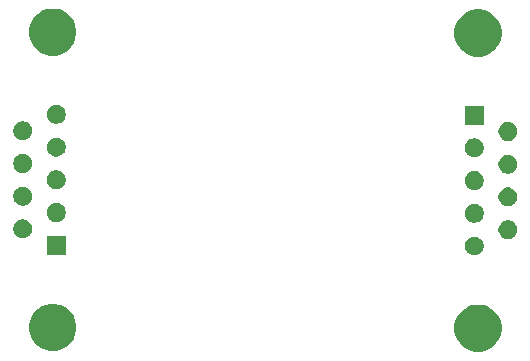
<source format=gbr>
G04 #@! TF.GenerationSoftware,KiCad,Pcbnew,(5.1.0)-1*
G04 #@! TF.CreationDate,2019-07-05T16:38:03+02:00*
G04 #@! TF.ProjectId,BSPD_SMD,42535044-5f53-44d4-942e-6b696361645f,rev?*
G04 #@! TF.SameCoordinates,Original*
G04 #@! TF.FileFunction,Soldermask,Bot*
G04 #@! TF.FilePolarity,Negative*
%FSLAX46Y46*%
G04 Gerber Fmt 4.6, Leading zero omitted, Abs format (unit mm)*
G04 Created by KiCad (PCBNEW (5.1.0)-1) date 2019-07-05 16:38:03*
%MOMM*%
%LPD*%
G04 APERTURE LIST*
%ADD10C,0.100000*%
G04 APERTURE END LIST*
D10*
G36*
X97883377Y-141116858D02*
G01*
X98247353Y-141267622D01*
X98247355Y-141267623D01*
X98412251Y-141377803D01*
X98574925Y-141486498D01*
X98853502Y-141765075D01*
X99072378Y-142092647D01*
X99223142Y-142456623D01*
X99300000Y-142843016D01*
X99300000Y-143236984D01*
X99223142Y-143623377D01*
X99072378Y-143987353D01*
X99072377Y-143987355D01*
X98853501Y-144314926D01*
X98574926Y-144593501D01*
X98247355Y-144812377D01*
X98247354Y-144812378D01*
X98247353Y-144812378D01*
X97883377Y-144963142D01*
X97496984Y-145040000D01*
X97103016Y-145040000D01*
X96716623Y-144963142D01*
X96352647Y-144812378D01*
X96352646Y-144812378D01*
X96352645Y-144812377D01*
X96025074Y-144593501D01*
X95746499Y-144314926D01*
X95527623Y-143987355D01*
X95527622Y-143987353D01*
X95376858Y-143623377D01*
X95300000Y-143236984D01*
X95300000Y-142843016D01*
X95376858Y-142456623D01*
X95527622Y-142092647D01*
X95746498Y-141765075D01*
X96025075Y-141486498D01*
X96187749Y-141377803D01*
X96352645Y-141267623D01*
X96352647Y-141267622D01*
X96716623Y-141116858D01*
X97103016Y-141040000D01*
X97496984Y-141040000D01*
X97883377Y-141116858D01*
X97883377Y-141116858D01*
G37*
G36*
X61878377Y-141053858D02*
G01*
X62242353Y-141204622D01*
X62242355Y-141204623D01*
X62336641Y-141267623D01*
X62569925Y-141423498D01*
X62848502Y-141702075D01*
X63067378Y-142029647D01*
X63218142Y-142393623D01*
X63295000Y-142780016D01*
X63295000Y-143173984D01*
X63218142Y-143560377D01*
X63067378Y-143924353D01*
X62848502Y-144251925D01*
X62569925Y-144530502D01*
X62407251Y-144639197D01*
X62242355Y-144749377D01*
X62242354Y-144749378D01*
X62242353Y-144749378D01*
X61878377Y-144900142D01*
X61491984Y-144977000D01*
X61098016Y-144977000D01*
X60711623Y-144900142D01*
X60347647Y-144749378D01*
X60347646Y-144749378D01*
X60347645Y-144749377D01*
X60182749Y-144639197D01*
X60020075Y-144530502D01*
X59741498Y-144251925D01*
X59522622Y-143924353D01*
X59371858Y-143560377D01*
X59295000Y-143173984D01*
X59295000Y-142780016D01*
X59371858Y-142393623D01*
X59522622Y-142029647D01*
X59741498Y-141702075D01*
X60020075Y-141423498D01*
X60253359Y-141267623D01*
X60347645Y-141204623D01*
X60347647Y-141204622D01*
X60711623Y-141053858D01*
X61098016Y-140977000D01*
X61491984Y-140977000D01*
X61878377Y-141053858D01*
X61878377Y-141053858D01*
G37*
G36*
X97233351Y-135310743D02*
G01*
X97378941Y-135371048D01*
X97509970Y-135458599D01*
X97621401Y-135570030D01*
X97708952Y-135701059D01*
X97769257Y-135846649D01*
X97800000Y-136001206D01*
X97800000Y-136158794D01*
X97769257Y-136313351D01*
X97708952Y-136458941D01*
X97621401Y-136589970D01*
X97509970Y-136701401D01*
X97378941Y-136788952D01*
X97233351Y-136849257D01*
X97078794Y-136880000D01*
X96921206Y-136880000D01*
X96766649Y-136849257D01*
X96621059Y-136788952D01*
X96490030Y-136701401D01*
X96378599Y-136589970D01*
X96291048Y-136458941D01*
X96230743Y-136313351D01*
X96200000Y-136158794D01*
X96200000Y-136001206D01*
X96230743Y-135846649D01*
X96291048Y-135701059D01*
X96378599Y-135570030D01*
X96490030Y-135458599D01*
X96621059Y-135371048D01*
X96766649Y-135310743D01*
X96921206Y-135280000D01*
X97078794Y-135280000D01*
X97233351Y-135310743D01*
X97233351Y-135310743D01*
G37*
G36*
X62395000Y-136817000D02*
G01*
X60795000Y-136817000D01*
X60795000Y-135217000D01*
X62395000Y-135217000D01*
X62395000Y-136817000D01*
X62395000Y-136817000D01*
G37*
G36*
X100073351Y-133925743D02*
G01*
X100218941Y-133986048D01*
X100349970Y-134073599D01*
X100461401Y-134185030D01*
X100548952Y-134316059D01*
X100609257Y-134461649D01*
X100640000Y-134616206D01*
X100640000Y-134773794D01*
X100609257Y-134928351D01*
X100548952Y-135073941D01*
X100461401Y-135204970D01*
X100349970Y-135316401D01*
X100218941Y-135403952D01*
X100073351Y-135464257D01*
X99918794Y-135495000D01*
X99761206Y-135495000D01*
X99606649Y-135464257D01*
X99461059Y-135403952D01*
X99330030Y-135316401D01*
X99218599Y-135204970D01*
X99131048Y-135073941D01*
X99070743Y-134928351D01*
X99040000Y-134773794D01*
X99040000Y-134616206D01*
X99070743Y-134461649D01*
X99131048Y-134316059D01*
X99218599Y-134185030D01*
X99330030Y-134073599D01*
X99461059Y-133986048D01*
X99606649Y-133925743D01*
X99761206Y-133895000D01*
X99918794Y-133895000D01*
X100073351Y-133925743D01*
X100073351Y-133925743D01*
G37*
G36*
X58988351Y-133862743D02*
G01*
X59133941Y-133923048D01*
X59264970Y-134010599D01*
X59376401Y-134122030D01*
X59463952Y-134253059D01*
X59524257Y-134398649D01*
X59555000Y-134553206D01*
X59555000Y-134710794D01*
X59524257Y-134865351D01*
X59463952Y-135010941D01*
X59376401Y-135141970D01*
X59264970Y-135253401D01*
X59133941Y-135340952D01*
X58988351Y-135401257D01*
X58833794Y-135432000D01*
X58676206Y-135432000D01*
X58521649Y-135401257D01*
X58376059Y-135340952D01*
X58245030Y-135253401D01*
X58133599Y-135141970D01*
X58046048Y-135010941D01*
X57985743Y-134865351D01*
X57955000Y-134710794D01*
X57955000Y-134553206D01*
X57985743Y-134398649D01*
X58046048Y-134253059D01*
X58133599Y-134122030D01*
X58245030Y-134010599D01*
X58376059Y-133923048D01*
X58521649Y-133862743D01*
X58676206Y-133832000D01*
X58833794Y-133832000D01*
X58988351Y-133862743D01*
X58988351Y-133862743D01*
G37*
G36*
X97233351Y-132540743D02*
G01*
X97378941Y-132601048D01*
X97509970Y-132688599D01*
X97621401Y-132800030D01*
X97708952Y-132931059D01*
X97769257Y-133076649D01*
X97800000Y-133231206D01*
X97800000Y-133388794D01*
X97769257Y-133543351D01*
X97708952Y-133688941D01*
X97621401Y-133819970D01*
X97509970Y-133931401D01*
X97378941Y-134018952D01*
X97233351Y-134079257D01*
X97078794Y-134110000D01*
X96921206Y-134110000D01*
X96766649Y-134079257D01*
X96621059Y-134018952D01*
X96490030Y-133931401D01*
X96378599Y-133819970D01*
X96291048Y-133688941D01*
X96230743Y-133543351D01*
X96200000Y-133388794D01*
X96200000Y-133231206D01*
X96230743Y-133076649D01*
X96291048Y-132931059D01*
X96378599Y-132800030D01*
X96490030Y-132688599D01*
X96621059Y-132601048D01*
X96766649Y-132540743D01*
X96921206Y-132510000D01*
X97078794Y-132510000D01*
X97233351Y-132540743D01*
X97233351Y-132540743D01*
G37*
G36*
X61828351Y-132477743D02*
G01*
X61973941Y-132538048D01*
X62104970Y-132625599D01*
X62216401Y-132737030D01*
X62303952Y-132868059D01*
X62364257Y-133013649D01*
X62395000Y-133168206D01*
X62395000Y-133325794D01*
X62364257Y-133480351D01*
X62303952Y-133625941D01*
X62216401Y-133756970D01*
X62104970Y-133868401D01*
X61973941Y-133955952D01*
X61828351Y-134016257D01*
X61673794Y-134047000D01*
X61516206Y-134047000D01*
X61361649Y-134016257D01*
X61216059Y-133955952D01*
X61085030Y-133868401D01*
X60973599Y-133756970D01*
X60886048Y-133625941D01*
X60825743Y-133480351D01*
X60795000Y-133325794D01*
X60795000Y-133168206D01*
X60825743Y-133013649D01*
X60886048Y-132868059D01*
X60973599Y-132737030D01*
X61085030Y-132625599D01*
X61216059Y-132538048D01*
X61361649Y-132477743D01*
X61516206Y-132447000D01*
X61673794Y-132447000D01*
X61828351Y-132477743D01*
X61828351Y-132477743D01*
G37*
G36*
X100073351Y-131155743D02*
G01*
X100218941Y-131216048D01*
X100349970Y-131303599D01*
X100461401Y-131415030D01*
X100548952Y-131546059D01*
X100609257Y-131691649D01*
X100640000Y-131846206D01*
X100640000Y-132003794D01*
X100609257Y-132158351D01*
X100548952Y-132303941D01*
X100461401Y-132434970D01*
X100349970Y-132546401D01*
X100218941Y-132633952D01*
X100073351Y-132694257D01*
X99918794Y-132725000D01*
X99761206Y-132725000D01*
X99606649Y-132694257D01*
X99461059Y-132633952D01*
X99330030Y-132546401D01*
X99218599Y-132434970D01*
X99131048Y-132303941D01*
X99070743Y-132158351D01*
X99040000Y-132003794D01*
X99040000Y-131846206D01*
X99070743Y-131691649D01*
X99131048Y-131546059D01*
X99218599Y-131415030D01*
X99330030Y-131303599D01*
X99461059Y-131216048D01*
X99606649Y-131155743D01*
X99761206Y-131125000D01*
X99918794Y-131125000D01*
X100073351Y-131155743D01*
X100073351Y-131155743D01*
G37*
G36*
X58988351Y-131092743D02*
G01*
X59133941Y-131153048D01*
X59264970Y-131240599D01*
X59376401Y-131352030D01*
X59463952Y-131483059D01*
X59524257Y-131628649D01*
X59555000Y-131783206D01*
X59555000Y-131940794D01*
X59524257Y-132095351D01*
X59463952Y-132240941D01*
X59376401Y-132371970D01*
X59264970Y-132483401D01*
X59133941Y-132570952D01*
X58988351Y-132631257D01*
X58833794Y-132662000D01*
X58676206Y-132662000D01*
X58521649Y-132631257D01*
X58376059Y-132570952D01*
X58245030Y-132483401D01*
X58133599Y-132371970D01*
X58046048Y-132240941D01*
X57985743Y-132095351D01*
X57955000Y-131940794D01*
X57955000Y-131783206D01*
X57985743Y-131628649D01*
X58046048Y-131483059D01*
X58133599Y-131352030D01*
X58245030Y-131240599D01*
X58376059Y-131153048D01*
X58521649Y-131092743D01*
X58676206Y-131062000D01*
X58833794Y-131062000D01*
X58988351Y-131092743D01*
X58988351Y-131092743D01*
G37*
G36*
X97233351Y-129770743D02*
G01*
X97378941Y-129831048D01*
X97509970Y-129918599D01*
X97621401Y-130030030D01*
X97708952Y-130161059D01*
X97769257Y-130306649D01*
X97800000Y-130461206D01*
X97800000Y-130618794D01*
X97769257Y-130773351D01*
X97708952Y-130918941D01*
X97621401Y-131049970D01*
X97509970Y-131161401D01*
X97378941Y-131248952D01*
X97233351Y-131309257D01*
X97078794Y-131340000D01*
X96921206Y-131340000D01*
X96766649Y-131309257D01*
X96621059Y-131248952D01*
X96490030Y-131161401D01*
X96378599Y-131049970D01*
X96291048Y-130918941D01*
X96230743Y-130773351D01*
X96200000Y-130618794D01*
X96200000Y-130461206D01*
X96230743Y-130306649D01*
X96291048Y-130161059D01*
X96378599Y-130030030D01*
X96490030Y-129918599D01*
X96621059Y-129831048D01*
X96766649Y-129770743D01*
X96921206Y-129740000D01*
X97078794Y-129740000D01*
X97233351Y-129770743D01*
X97233351Y-129770743D01*
G37*
G36*
X61828351Y-129707743D02*
G01*
X61973941Y-129768048D01*
X62104970Y-129855599D01*
X62216401Y-129967030D01*
X62303952Y-130098059D01*
X62364257Y-130243649D01*
X62395000Y-130398206D01*
X62395000Y-130555794D01*
X62364257Y-130710351D01*
X62303952Y-130855941D01*
X62216401Y-130986970D01*
X62104970Y-131098401D01*
X61973941Y-131185952D01*
X61828351Y-131246257D01*
X61673794Y-131277000D01*
X61516206Y-131277000D01*
X61361649Y-131246257D01*
X61216059Y-131185952D01*
X61085030Y-131098401D01*
X60973599Y-130986970D01*
X60886048Y-130855941D01*
X60825743Y-130710351D01*
X60795000Y-130555794D01*
X60795000Y-130398206D01*
X60825743Y-130243649D01*
X60886048Y-130098059D01*
X60973599Y-129967030D01*
X61085030Y-129855599D01*
X61216059Y-129768048D01*
X61361649Y-129707743D01*
X61516206Y-129677000D01*
X61673794Y-129677000D01*
X61828351Y-129707743D01*
X61828351Y-129707743D01*
G37*
G36*
X100073351Y-128385743D02*
G01*
X100218941Y-128446048D01*
X100349970Y-128533599D01*
X100461401Y-128645030D01*
X100548952Y-128776059D01*
X100609257Y-128921649D01*
X100640000Y-129076206D01*
X100640000Y-129233794D01*
X100609257Y-129388351D01*
X100548952Y-129533941D01*
X100461401Y-129664970D01*
X100349970Y-129776401D01*
X100218941Y-129863952D01*
X100073351Y-129924257D01*
X99918794Y-129955000D01*
X99761206Y-129955000D01*
X99606649Y-129924257D01*
X99461059Y-129863952D01*
X99330030Y-129776401D01*
X99218599Y-129664970D01*
X99131048Y-129533941D01*
X99070743Y-129388351D01*
X99040000Y-129233794D01*
X99040000Y-129076206D01*
X99070743Y-128921649D01*
X99131048Y-128776059D01*
X99218599Y-128645030D01*
X99330030Y-128533599D01*
X99461059Y-128446048D01*
X99606649Y-128385743D01*
X99761206Y-128355000D01*
X99918794Y-128355000D01*
X100073351Y-128385743D01*
X100073351Y-128385743D01*
G37*
G36*
X58988351Y-128322743D02*
G01*
X59133941Y-128383048D01*
X59264970Y-128470599D01*
X59376401Y-128582030D01*
X59463952Y-128713059D01*
X59524257Y-128858649D01*
X59555000Y-129013206D01*
X59555000Y-129170794D01*
X59524257Y-129325351D01*
X59463952Y-129470941D01*
X59376401Y-129601970D01*
X59264970Y-129713401D01*
X59133941Y-129800952D01*
X58988351Y-129861257D01*
X58833794Y-129892000D01*
X58676206Y-129892000D01*
X58521649Y-129861257D01*
X58376059Y-129800952D01*
X58245030Y-129713401D01*
X58133599Y-129601970D01*
X58046048Y-129470941D01*
X57985743Y-129325351D01*
X57955000Y-129170794D01*
X57955000Y-129013206D01*
X57985743Y-128858649D01*
X58046048Y-128713059D01*
X58133599Y-128582030D01*
X58245030Y-128470599D01*
X58376059Y-128383048D01*
X58521649Y-128322743D01*
X58676206Y-128292000D01*
X58833794Y-128292000D01*
X58988351Y-128322743D01*
X58988351Y-128322743D01*
G37*
G36*
X97233351Y-127000743D02*
G01*
X97378941Y-127061048D01*
X97509970Y-127148599D01*
X97621401Y-127260030D01*
X97708952Y-127391059D01*
X97769257Y-127536649D01*
X97800000Y-127691206D01*
X97800000Y-127848794D01*
X97769257Y-128003351D01*
X97708952Y-128148941D01*
X97621401Y-128279970D01*
X97509970Y-128391401D01*
X97378941Y-128478952D01*
X97233351Y-128539257D01*
X97078794Y-128570000D01*
X96921206Y-128570000D01*
X96766649Y-128539257D01*
X96621059Y-128478952D01*
X96490030Y-128391401D01*
X96378599Y-128279970D01*
X96291048Y-128148941D01*
X96230743Y-128003351D01*
X96200000Y-127848794D01*
X96200000Y-127691206D01*
X96230743Y-127536649D01*
X96291048Y-127391059D01*
X96378599Y-127260030D01*
X96490030Y-127148599D01*
X96621059Y-127061048D01*
X96766649Y-127000743D01*
X96921206Y-126970000D01*
X97078794Y-126970000D01*
X97233351Y-127000743D01*
X97233351Y-127000743D01*
G37*
G36*
X61828351Y-126937743D02*
G01*
X61973941Y-126998048D01*
X62104970Y-127085599D01*
X62216401Y-127197030D01*
X62303952Y-127328059D01*
X62364257Y-127473649D01*
X62395000Y-127628206D01*
X62395000Y-127785794D01*
X62364257Y-127940351D01*
X62303952Y-128085941D01*
X62216401Y-128216970D01*
X62104970Y-128328401D01*
X61973941Y-128415952D01*
X61828351Y-128476257D01*
X61673794Y-128507000D01*
X61516206Y-128507000D01*
X61361649Y-128476257D01*
X61216059Y-128415952D01*
X61085030Y-128328401D01*
X60973599Y-128216970D01*
X60886048Y-128085941D01*
X60825743Y-127940351D01*
X60795000Y-127785794D01*
X60795000Y-127628206D01*
X60825743Y-127473649D01*
X60886048Y-127328059D01*
X60973599Y-127197030D01*
X61085030Y-127085599D01*
X61216059Y-126998048D01*
X61361649Y-126937743D01*
X61516206Y-126907000D01*
X61673794Y-126907000D01*
X61828351Y-126937743D01*
X61828351Y-126937743D01*
G37*
G36*
X100073351Y-125615743D02*
G01*
X100218941Y-125676048D01*
X100349970Y-125763599D01*
X100461401Y-125875030D01*
X100548952Y-126006059D01*
X100609257Y-126151649D01*
X100640000Y-126306206D01*
X100640000Y-126463794D01*
X100609257Y-126618351D01*
X100548952Y-126763941D01*
X100461401Y-126894970D01*
X100349970Y-127006401D01*
X100218941Y-127093952D01*
X100073351Y-127154257D01*
X99918794Y-127185000D01*
X99761206Y-127185000D01*
X99606649Y-127154257D01*
X99461059Y-127093952D01*
X99330030Y-127006401D01*
X99218599Y-126894970D01*
X99131048Y-126763941D01*
X99070743Y-126618351D01*
X99040000Y-126463794D01*
X99040000Y-126306206D01*
X99070743Y-126151649D01*
X99131048Y-126006059D01*
X99218599Y-125875030D01*
X99330030Y-125763599D01*
X99461059Y-125676048D01*
X99606649Y-125615743D01*
X99761206Y-125585000D01*
X99918794Y-125585000D01*
X100073351Y-125615743D01*
X100073351Y-125615743D01*
G37*
G36*
X58988351Y-125552743D02*
G01*
X59133941Y-125613048D01*
X59264970Y-125700599D01*
X59376401Y-125812030D01*
X59463952Y-125943059D01*
X59524257Y-126088649D01*
X59555000Y-126243206D01*
X59555000Y-126400794D01*
X59524257Y-126555351D01*
X59463952Y-126700941D01*
X59376401Y-126831970D01*
X59264970Y-126943401D01*
X59133941Y-127030952D01*
X58988351Y-127091257D01*
X58833794Y-127122000D01*
X58676206Y-127122000D01*
X58521649Y-127091257D01*
X58376059Y-127030952D01*
X58245030Y-126943401D01*
X58133599Y-126831970D01*
X58046048Y-126700941D01*
X57985743Y-126555351D01*
X57955000Y-126400794D01*
X57955000Y-126243206D01*
X57985743Y-126088649D01*
X58046048Y-125943059D01*
X58133599Y-125812030D01*
X58245030Y-125700599D01*
X58376059Y-125613048D01*
X58521649Y-125552743D01*
X58676206Y-125522000D01*
X58833794Y-125522000D01*
X58988351Y-125552743D01*
X58988351Y-125552743D01*
G37*
G36*
X97800000Y-125800000D02*
G01*
X96200000Y-125800000D01*
X96200000Y-124200000D01*
X97800000Y-124200000D01*
X97800000Y-125800000D01*
X97800000Y-125800000D01*
G37*
G36*
X61828351Y-124167743D02*
G01*
X61973941Y-124228048D01*
X62104970Y-124315599D01*
X62216401Y-124427030D01*
X62303952Y-124558059D01*
X62364257Y-124703649D01*
X62395000Y-124858206D01*
X62395000Y-125015794D01*
X62364257Y-125170351D01*
X62303952Y-125315941D01*
X62216401Y-125446970D01*
X62104970Y-125558401D01*
X61973941Y-125645952D01*
X61828351Y-125706257D01*
X61673794Y-125737000D01*
X61516206Y-125737000D01*
X61361649Y-125706257D01*
X61216059Y-125645952D01*
X61085030Y-125558401D01*
X60973599Y-125446970D01*
X60886048Y-125315941D01*
X60825743Y-125170351D01*
X60795000Y-125015794D01*
X60795000Y-124858206D01*
X60825743Y-124703649D01*
X60886048Y-124558059D01*
X60973599Y-124427030D01*
X61085030Y-124315599D01*
X61216059Y-124228048D01*
X61361649Y-124167743D01*
X61516206Y-124137000D01*
X61673794Y-124137000D01*
X61828351Y-124167743D01*
X61828351Y-124167743D01*
G37*
G36*
X97883377Y-116116858D02*
G01*
X98247353Y-116267622D01*
X98247355Y-116267623D01*
X98412251Y-116377803D01*
X98574925Y-116486498D01*
X98853502Y-116765075D01*
X99072378Y-117092647D01*
X99223142Y-117456623D01*
X99300000Y-117843016D01*
X99300000Y-118236984D01*
X99223142Y-118623377D01*
X99072378Y-118987353D01*
X99072377Y-118987355D01*
X98853501Y-119314926D01*
X98574926Y-119593501D01*
X98247355Y-119812377D01*
X98247354Y-119812378D01*
X98247353Y-119812378D01*
X97883377Y-119963142D01*
X97496984Y-120040000D01*
X97103016Y-120040000D01*
X96716623Y-119963142D01*
X96352647Y-119812378D01*
X96352646Y-119812378D01*
X96352645Y-119812377D01*
X96025074Y-119593501D01*
X95746499Y-119314926D01*
X95527623Y-118987355D01*
X95527622Y-118987353D01*
X95376858Y-118623377D01*
X95300000Y-118236984D01*
X95300000Y-117843016D01*
X95376858Y-117456623D01*
X95527622Y-117092647D01*
X95746498Y-116765075D01*
X96025075Y-116486498D01*
X96187749Y-116377803D01*
X96352645Y-116267623D01*
X96352647Y-116267622D01*
X96716623Y-116116858D01*
X97103016Y-116040000D01*
X97496984Y-116040000D01*
X97883377Y-116116858D01*
X97883377Y-116116858D01*
G37*
G36*
X61878377Y-116053858D02*
G01*
X62242353Y-116204622D01*
X62242355Y-116204623D01*
X62336641Y-116267623D01*
X62569925Y-116423498D01*
X62848502Y-116702075D01*
X63067378Y-117029647D01*
X63218142Y-117393623D01*
X63295000Y-117780016D01*
X63295000Y-118173984D01*
X63218142Y-118560377D01*
X63067378Y-118924353D01*
X62848502Y-119251925D01*
X62569925Y-119530502D01*
X62407251Y-119639197D01*
X62242355Y-119749377D01*
X62242354Y-119749378D01*
X62242353Y-119749378D01*
X61878377Y-119900142D01*
X61491984Y-119977000D01*
X61098016Y-119977000D01*
X60711623Y-119900142D01*
X60347647Y-119749378D01*
X60347646Y-119749378D01*
X60347645Y-119749377D01*
X60182749Y-119639197D01*
X60020075Y-119530502D01*
X59741498Y-119251925D01*
X59522622Y-118924353D01*
X59371858Y-118560377D01*
X59295000Y-118173984D01*
X59295000Y-117780016D01*
X59371858Y-117393623D01*
X59522622Y-117029647D01*
X59741498Y-116702075D01*
X60020075Y-116423498D01*
X60253359Y-116267623D01*
X60347645Y-116204623D01*
X60347647Y-116204622D01*
X60711623Y-116053858D01*
X61098016Y-115977000D01*
X61491984Y-115977000D01*
X61878377Y-116053858D01*
X61878377Y-116053858D01*
G37*
M02*

</source>
